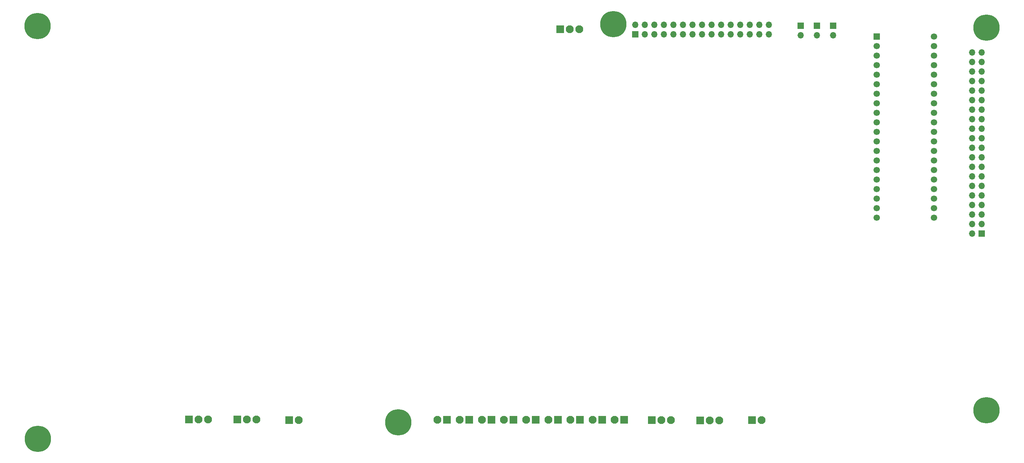
<source format=gbr>
%TF.GenerationSoftware,KiCad,Pcbnew,(6.0.11)*%
%TF.CreationDate,2023-06-01T10:52:32+02:00*%
%TF.ProjectId,Project_V11_Final,50726f6a-6563-4745-9f56-31315f46696e,V11*%
%TF.SameCoordinates,Original*%
%TF.FileFunction,Soldermask,Bot*%
%TF.FilePolarity,Negative*%
%FSLAX46Y46*%
G04 Gerber Fmt 4.6, Leading zero omitted, Abs format (unit mm)*
G04 Created by KiCad (PCBNEW (6.0.11)) date 2023-06-01 10:52:32*
%MOMM*%
%LPD*%
G01*
G04 APERTURE LIST*
%ADD10R,2.100000X2.100000*%
%ADD11C,2.100000*%
%ADD12R,1.700000X1.700000*%
%ADD13O,1.700000X1.700000*%
%ADD14C,3.900000*%
%ADD15C,7.000000*%
%ADD16C,1.700000*%
G04 APERTURE END LIST*
D10*
%TO.C,J5*%
X149220000Y-144750000D03*
D11*
X146680000Y-144750000D03*
%TD*%
D12*
%TO.C,JP36*%
X225680000Y-39730000D03*
D13*
X225680000Y-42270000D03*
%TD*%
D10*
%TO.C,J10*%
X178690000Y-144750000D03*
D11*
X176150000Y-144750000D03*
%TD*%
D10*
%TO.C,J11*%
X186060000Y-144800000D03*
D11*
X188600000Y-144800000D03*
X191140000Y-144800000D03*
%TD*%
D12*
%TO.C,J17*%
X181635000Y-42040000D03*
D13*
X181635000Y-39500000D03*
X184175000Y-42040000D03*
X184175000Y-39500000D03*
X186715000Y-42040000D03*
X186715000Y-39500000D03*
X189255000Y-42040000D03*
X189255000Y-39500000D03*
X191795000Y-42040000D03*
X191795000Y-39500000D03*
X194335000Y-42040000D03*
X194335000Y-39500000D03*
X196875000Y-42040000D03*
X196875000Y-39500000D03*
X199415000Y-42040000D03*
X199415000Y-39500000D03*
X201955000Y-42040000D03*
X201955000Y-39500000D03*
X204495000Y-42040000D03*
X204495000Y-39500000D03*
X207035000Y-42040000D03*
X207035000Y-39500000D03*
X209575000Y-42040000D03*
X209575000Y-39500000D03*
X212115000Y-42040000D03*
X212115000Y-39500000D03*
X214655000Y-42040000D03*
X214655000Y-39500000D03*
X217195000Y-42040000D03*
X217195000Y-39500000D03*
%TD*%
D14*
%TO.C,H4*%
X275056600Y-40223200D03*
D15*
X275056600Y-40223200D03*
%TD*%
D12*
%TO.C,JP34*%
X234260000Y-39730000D03*
D13*
X234260000Y-42270000D03*
%TD*%
D12*
%TO.C,U20*%
X245880000Y-42620000D03*
D16*
X245880000Y-45160000D03*
X245880000Y-47700000D03*
X245880000Y-50240000D03*
X245880000Y-52780000D03*
X245880000Y-55320000D03*
X245880000Y-57860000D03*
X245880000Y-60400000D03*
X245880000Y-62940000D03*
X245880000Y-65480000D03*
X245880000Y-68020000D03*
X245880000Y-70560000D03*
X245880000Y-73100000D03*
X245880000Y-75640000D03*
X245880000Y-78180000D03*
X245880000Y-80720000D03*
X245880000Y-83260000D03*
X245880000Y-85800000D03*
X245880000Y-88340000D03*
X245880000Y-90880000D03*
X261120000Y-90880000D03*
X261120000Y-88340000D03*
X261120000Y-85800000D03*
X261120000Y-83260000D03*
X261120000Y-80720000D03*
X261120000Y-78180000D03*
X261120000Y-75640000D03*
X261120000Y-73100000D03*
X261120000Y-70560000D03*
X261120000Y-68020000D03*
X261120000Y-65480000D03*
X261120000Y-62940000D03*
X261120000Y-60400000D03*
X261120000Y-57860000D03*
X261120000Y-55320000D03*
X261120000Y-52780000D03*
X261120000Y-50240000D03*
X261120000Y-47700000D03*
X261120000Y-45160000D03*
X261120000Y-42620000D03*
%TD*%
D10*
%TO.C,J16*%
X89510000Y-144800000D03*
D11*
X92050000Y-144800000D03*
%TD*%
D10*
%TO.C,J12*%
X198860000Y-144900000D03*
D11*
X201400000Y-144900000D03*
X203940000Y-144900000D03*
%TD*%
D10*
%TO.C,J13*%
X212730000Y-144800000D03*
D11*
X215270000Y-144800000D03*
%TD*%
D15*
%TO.C,H3*%
X175742600Y-39308800D03*
D14*
X175742600Y-39308800D03*
%TD*%
D10*
%TO.C,J4*%
X143320000Y-144750000D03*
D11*
X140780000Y-144750000D03*
%TD*%
D10*
%TO.C,J1*%
X161600000Y-40700000D03*
D11*
X164140000Y-40700000D03*
X166680000Y-40700000D03*
%TD*%
D10*
%TO.C,J8*%
X166890000Y-144750000D03*
D11*
X164350000Y-144750000D03*
%TD*%
D10*
%TO.C,J2*%
X131520000Y-144750000D03*
D11*
X128980000Y-144750000D03*
%TD*%
D14*
%TO.C,H6*%
X22529800Y-39816800D03*
D15*
X22529800Y-39816800D03*
%TD*%
D12*
%TO.C,J18*%
X273850000Y-95100000D03*
D13*
X271310000Y-95100000D03*
X273850000Y-92560000D03*
X271310000Y-92560000D03*
X273850000Y-90020000D03*
X271310000Y-90020000D03*
X273850000Y-87480000D03*
X271310000Y-87480000D03*
X273850000Y-84940000D03*
X271310000Y-84940000D03*
X273850000Y-82400000D03*
X271310000Y-82400000D03*
X273850000Y-79860000D03*
X271310000Y-79860000D03*
X273850000Y-77320000D03*
X271310000Y-77320000D03*
X273850000Y-74780000D03*
X271310000Y-74780000D03*
X273850000Y-72240000D03*
X271310000Y-72240000D03*
X273850000Y-69700000D03*
X271310000Y-69700000D03*
X273850000Y-67160000D03*
X271310000Y-67160000D03*
X273850000Y-64620000D03*
X271310000Y-64620000D03*
X273850000Y-62080000D03*
X271310000Y-62080000D03*
X273850000Y-59540000D03*
X271310000Y-59540000D03*
X273850000Y-57000000D03*
X271310000Y-57000000D03*
X273850000Y-54460000D03*
X271310000Y-54460000D03*
X273850000Y-51920000D03*
X271310000Y-51920000D03*
X273850000Y-49380000D03*
X271310000Y-49380000D03*
X273850000Y-46840000D03*
X271310000Y-46840000D03*
%TD*%
D14*
%TO.C,H5*%
X118541800Y-145379200D03*
D15*
X118541800Y-145379200D03*
%TD*%
D10*
%TO.C,J6*%
X155090000Y-144750000D03*
D11*
X152550000Y-144750000D03*
%TD*%
D14*
%TO.C,H1*%
X22656800Y-149798800D03*
D15*
X22656800Y-149798800D03*
%TD*%
D10*
%TO.C,J7*%
X161020000Y-144750000D03*
D11*
X158480000Y-144750000D03*
%TD*%
D10*
%TO.C,J3*%
X137420000Y-144750000D03*
D11*
X134880000Y-144750000D03*
%TD*%
D15*
%TO.C,H2*%
X275082000Y-142204200D03*
D14*
X275082000Y-142204200D03*
%TD*%
D10*
%TO.C,J15*%
X75720000Y-144600000D03*
D11*
X78260000Y-144600000D03*
X80800000Y-144600000D03*
%TD*%
D10*
%TO.C,J9*%
X172790000Y-144750000D03*
D11*
X170250000Y-144750000D03*
%TD*%
D10*
%TO.C,J14*%
X62800000Y-144600000D03*
D11*
X65340000Y-144600000D03*
X67880000Y-144600000D03*
%TD*%
D12*
%TO.C,JP35*%
X229970000Y-39730000D03*
D13*
X229970000Y-42270000D03*
%TD*%
M02*

</source>
